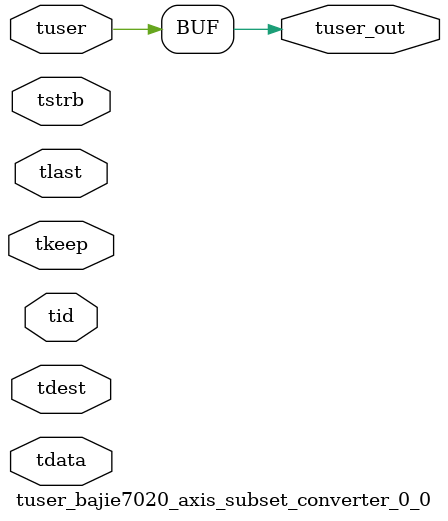
<source format=v>


`timescale 1ps/1ps

module tuser_bajie7020_axis_subset_converter_0_0 #
(
parameter C_S_AXIS_TUSER_WIDTH = 1,
parameter C_S_AXIS_TDATA_WIDTH = 32,
parameter C_S_AXIS_TID_WIDTH   = 0,
parameter C_S_AXIS_TDEST_WIDTH = 0,
parameter C_M_AXIS_TUSER_WIDTH = 1
)
(
input  [(C_S_AXIS_TUSER_WIDTH == 0 ? 1 : C_S_AXIS_TUSER_WIDTH)-1:0     ] tuser,
input  [(C_S_AXIS_TDATA_WIDTH == 0 ? 1 : C_S_AXIS_TDATA_WIDTH)-1:0     ] tdata,
input  [(C_S_AXIS_TID_WIDTH   == 0 ? 1 : C_S_AXIS_TID_WIDTH)-1:0       ] tid,
input  [(C_S_AXIS_TDEST_WIDTH == 0 ? 1 : C_S_AXIS_TDEST_WIDTH)-1:0     ] tdest,
input  [(C_S_AXIS_TDATA_WIDTH/8)-1:0 ] tkeep,
input  [(C_S_AXIS_TDATA_WIDTH/8)-1:0 ] tstrb,
input                                                                    tlast,
output [C_M_AXIS_TUSER_WIDTH-1:0] tuser_out
);

assign tuser_out = {tuser[0:0]};

endmodule


</source>
